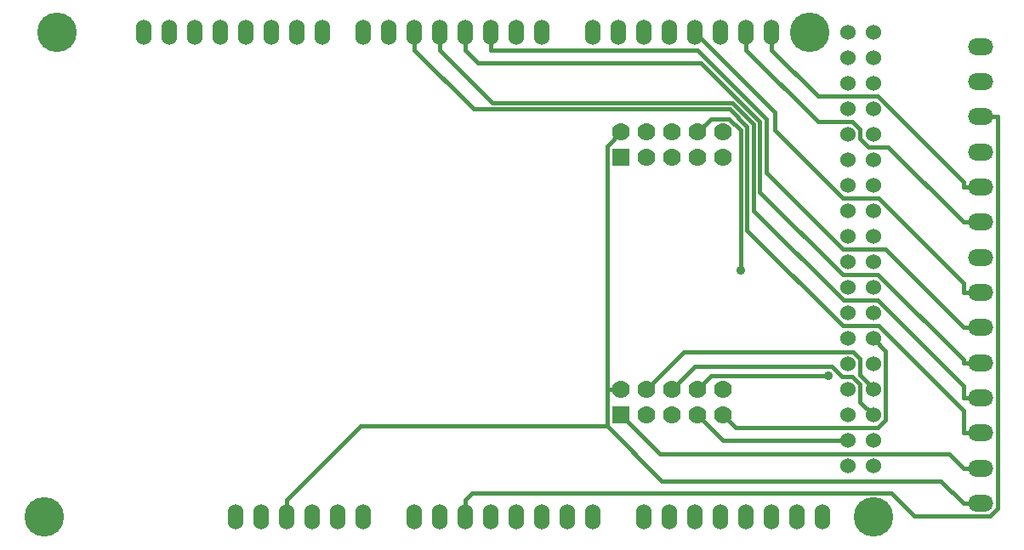
<source format=gtl>
G04 (created by PCBNEW (2013-jul-07)-stable) date Wed 24 Jun 2015 12:25:48 PM PDT*
%MOIN*%
G04 Gerber Fmt 3.4, Leading zero omitted, Abs format*
%FSLAX34Y34*%
G01*
G70*
G90*
G04 APERTURE LIST*
%ADD10C,0.00590551*%
%ADD11O,0.1X0.065*%
%ADD12R,0.07X0.07*%
%ADD13C,0.07*%
%ADD14O,0.06X0.1*%
%ADD15C,0.155*%
%ADD16C,0.06*%
%ADD17C,0.035*%
%ADD18C,0.015*%
G04 APERTURE END LIST*
G54D10*
G54D11*
X86700Y-52550D03*
X86700Y-51173D03*
X86700Y-49796D03*
X86700Y-48419D03*
X86700Y-47042D03*
X86700Y-45665D03*
X86700Y-44288D03*
X86700Y-42911D03*
X86700Y-41534D03*
X86700Y-40157D03*
X86700Y-37403D03*
X86700Y-38780D03*
X86700Y-36026D03*
X86700Y-34649D03*
G54D12*
X72600Y-39000D03*
G54D13*
X72600Y-38000D03*
X73600Y-39000D03*
X73600Y-38000D03*
X74600Y-39000D03*
X74600Y-38000D03*
X75600Y-39000D03*
X75600Y-38000D03*
X76600Y-39000D03*
X76600Y-38000D03*
G54D12*
X72600Y-49100D03*
G54D13*
X72600Y-48100D03*
X73600Y-49100D03*
X73600Y-48100D03*
X74600Y-49100D03*
X74600Y-48100D03*
X75600Y-49100D03*
X75600Y-48100D03*
X76600Y-49100D03*
X76600Y-48100D03*
G54D14*
X71500Y-34100D03*
X72500Y-34100D03*
X73500Y-34100D03*
X74500Y-34100D03*
X75500Y-34100D03*
X76500Y-34100D03*
X77500Y-34100D03*
X78500Y-34100D03*
X80500Y-53100D03*
X79500Y-53100D03*
X78500Y-53100D03*
X77500Y-53100D03*
X73500Y-53100D03*
X71500Y-53100D03*
X70500Y-53100D03*
X74500Y-53100D03*
X75500Y-53100D03*
X76500Y-53100D03*
X69500Y-53100D03*
X68500Y-53100D03*
X67500Y-53100D03*
X64500Y-53100D03*
X65500Y-53100D03*
X66500Y-53100D03*
X62500Y-53100D03*
X61500Y-53100D03*
X60500Y-53100D03*
X58500Y-53100D03*
X57500Y-53100D03*
X69500Y-34100D03*
X68500Y-34100D03*
X67500Y-34100D03*
X66500Y-34100D03*
X65500Y-34100D03*
X64500Y-34100D03*
X63500Y-34100D03*
X62500Y-34100D03*
X60900Y-34100D03*
X59900Y-34100D03*
X58900Y-34100D03*
X57900Y-34100D03*
X56900Y-34100D03*
X55900Y-34100D03*
X54900Y-34100D03*
X53900Y-34100D03*
X59500Y-53100D03*
G54D15*
X82500Y-53100D03*
X80000Y-34100D03*
X50500Y-34100D03*
X50000Y-53100D03*
G54D16*
X81500Y-35100D03*
X82500Y-35100D03*
X81500Y-36100D03*
X82500Y-36100D03*
X81500Y-37100D03*
X82500Y-37100D03*
X81500Y-38100D03*
X82500Y-38100D03*
X81500Y-34100D03*
X82500Y-34100D03*
X82500Y-39100D03*
X81500Y-39100D03*
X81500Y-40100D03*
X82500Y-40100D03*
X81500Y-41100D03*
X82500Y-41100D03*
X81500Y-42100D03*
X82500Y-42100D03*
X81500Y-43100D03*
X82500Y-43100D03*
X81500Y-44100D03*
X82500Y-44100D03*
X81500Y-45100D03*
X82500Y-45100D03*
X81500Y-46100D03*
X82500Y-46100D03*
X81500Y-47100D03*
X82500Y-47100D03*
X81500Y-48100D03*
X82500Y-48100D03*
X81500Y-49100D03*
X82500Y-49100D03*
X81500Y-50100D03*
X82500Y-50100D03*
X81500Y-51100D03*
X82500Y-51100D03*
G54D17*
X77299Y-43420D03*
X80729Y-47568D03*
G54D18*
X72600Y-48100D02*
X72060Y-48100D01*
X72060Y-38539D02*
X72600Y-38000D01*
X72060Y-48100D02*
X72060Y-38539D01*
X59500Y-53100D02*
X59500Y-52424D01*
X86700Y-52550D02*
X86024Y-52550D01*
X62407Y-49517D02*
X72060Y-49517D01*
X59500Y-52424D02*
X62407Y-49517D01*
X72060Y-48100D02*
X72060Y-49517D01*
X85148Y-51673D02*
X86024Y-52550D01*
X74217Y-51673D02*
X85148Y-51673D01*
X72060Y-49517D02*
X74217Y-51673D01*
X87375Y-52767D02*
X87375Y-37403D01*
X87078Y-53063D02*
X87375Y-52767D01*
X84113Y-53063D02*
X87078Y-53063D01*
X83199Y-52149D02*
X84113Y-53063D01*
X66775Y-52149D02*
X83199Y-52149D01*
X66500Y-52424D02*
X66775Y-52149D01*
X66500Y-53100D02*
X66500Y-52424D01*
X86700Y-37403D02*
X87375Y-37403D01*
X75075Y-46624D02*
X73600Y-48100D01*
X81707Y-46624D02*
X75075Y-46624D01*
X81975Y-46891D02*
X81707Y-46624D01*
X81975Y-47517D02*
X81975Y-46891D01*
X82500Y-48042D02*
X81975Y-47517D01*
X82500Y-48100D02*
X82500Y-48042D01*
X86700Y-44288D02*
X86024Y-44288D01*
X78638Y-37238D02*
X75500Y-34100D01*
X78638Y-37927D02*
X78638Y-37238D01*
X81311Y-40600D02*
X78638Y-37927D01*
X82689Y-40600D02*
X81311Y-40600D01*
X86024Y-43935D02*
X82689Y-40600D01*
X86024Y-44288D02*
X86024Y-43935D01*
X80324Y-37600D02*
X77500Y-34775D01*
X81683Y-37600D02*
X80324Y-37600D01*
X81975Y-37891D02*
X81683Y-37600D01*
X81975Y-38259D02*
X81975Y-37891D01*
X82291Y-38575D02*
X81975Y-38259D01*
X83065Y-38575D02*
X82291Y-38575D01*
X86024Y-41534D02*
X83065Y-38575D01*
X86700Y-41534D02*
X86024Y-41534D01*
X77500Y-34100D02*
X77500Y-34775D01*
X86024Y-39950D02*
X86024Y-40157D01*
X82674Y-36600D02*
X86024Y-39950D01*
X80324Y-36600D02*
X82674Y-36600D01*
X78500Y-34775D02*
X80324Y-36600D01*
X78500Y-34100D02*
X78500Y-34775D01*
X86700Y-40157D02*
X86024Y-40157D01*
X67500Y-34100D02*
X67500Y-34775D01*
X86700Y-45665D02*
X86024Y-45665D01*
X75588Y-34775D02*
X67500Y-34775D01*
X78300Y-37487D02*
X75588Y-34775D01*
X78300Y-39598D02*
X78300Y-37487D01*
X81301Y-42600D02*
X78300Y-39598D01*
X82959Y-42600D02*
X81301Y-42600D01*
X86024Y-45665D02*
X82959Y-42600D01*
X66500Y-34100D02*
X66500Y-34775D01*
X86700Y-47042D02*
X86024Y-47042D01*
X67000Y-35275D02*
X66500Y-34775D01*
X75734Y-35275D02*
X67000Y-35275D01*
X78050Y-37590D02*
X75734Y-35275D01*
X78050Y-40348D02*
X78050Y-37590D01*
X81301Y-43600D02*
X78050Y-40348D01*
X82685Y-43600D02*
X81301Y-43600D01*
X86024Y-46938D02*
X82685Y-43600D01*
X86024Y-47042D02*
X86024Y-46938D01*
X65500Y-34100D02*
X65500Y-34775D01*
X86700Y-48419D02*
X86024Y-48419D01*
X67578Y-36853D02*
X65500Y-34775D01*
X76959Y-36853D02*
X67578Y-36853D01*
X77800Y-37694D02*
X76959Y-36853D01*
X77800Y-41075D02*
X77800Y-37694D01*
X81324Y-44600D02*
X77800Y-41075D01*
X82675Y-44600D02*
X81324Y-44600D01*
X86024Y-47949D02*
X82675Y-44600D01*
X86024Y-48419D02*
X86024Y-47949D01*
X86024Y-48927D02*
X86024Y-49796D01*
X82697Y-45600D02*
X86024Y-48927D01*
X81296Y-45600D02*
X82697Y-45600D01*
X77550Y-41853D02*
X81296Y-45600D01*
X77550Y-37797D02*
X77550Y-41853D01*
X76855Y-37103D02*
X77550Y-37797D01*
X66828Y-37103D02*
X76855Y-37103D01*
X64500Y-34775D02*
X66828Y-37103D01*
X64500Y-34100D02*
X64500Y-34775D01*
X86700Y-49796D02*
X86024Y-49796D01*
X75499Y-47200D02*
X74600Y-48100D01*
X80869Y-47200D02*
X75499Y-47200D01*
X81268Y-47600D02*
X80869Y-47200D01*
X81683Y-47600D02*
X81268Y-47600D01*
X81975Y-47891D02*
X81683Y-47600D01*
X81975Y-48575D02*
X81975Y-47891D01*
X82500Y-49100D02*
X81975Y-48575D01*
X77100Y-49600D02*
X76600Y-49100D01*
X82678Y-49600D02*
X77100Y-49600D01*
X82976Y-49301D02*
X82678Y-49600D01*
X82976Y-46576D02*
X82976Y-49301D01*
X82500Y-46100D02*
X82976Y-46576D01*
X76125Y-37474D02*
X75600Y-38000D01*
X76851Y-37474D02*
X76125Y-37474D01*
X77299Y-37923D02*
X76851Y-37474D01*
X77299Y-43420D02*
X77299Y-37923D01*
X76131Y-47568D02*
X80729Y-47568D01*
X75600Y-48100D02*
X76131Y-47568D01*
X76600Y-50100D02*
X81500Y-50100D01*
X75600Y-49100D02*
X76600Y-50100D01*
X74123Y-50623D02*
X72600Y-49100D01*
X85474Y-50623D02*
X74123Y-50623D01*
X86024Y-51173D02*
X85474Y-50623D01*
X86700Y-51173D02*
X86024Y-51173D01*
M02*

</source>
